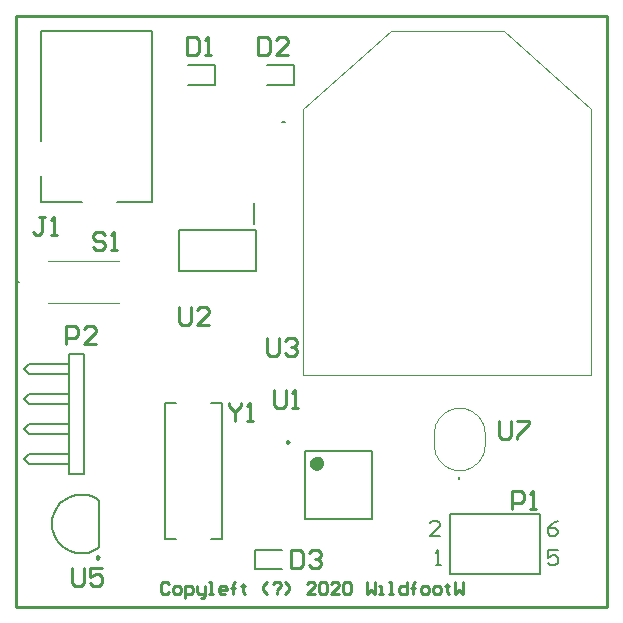
<source format=gto>
G04*
G04 #@! TF.GenerationSoftware,Altium Limited,Altium Designer,20.2.3 (150)*
G04*
G04 Layer_Color=65535*
%FSLAX25Y25*%
%MOIN*%
G70*
G04*
G04 #@! TF.SameCoordinates,04B84300-0102-4E37-A102-6184F8F0BFC0*
G04*
G04*
G04 #@! TF.FilePolarity,Positive*
G04*
G01*
G75*
%ADD10C,0.00787*%
%ADD11C,0.00394*%
%ADD12C,0.00984*%
%ADD13C,0.02362*%
%ADD14C,0.01000*%
%ADD15C,0.00800*%
D10*
X197000Y305268D02*
X197787D01*
X197000D01*
X344638Y240307D02*
Y239520D01*
Y240307D01*
Y239520D01*
X224559Y232354D02*
X223725Y232921D01*
X222836Y233399D01*
X221903Y233783D01*
X220935Y234069D01*
X219943Y234253D01*
X218937Y234334D01*
X217929Y234312D01*
X216928Y234185D01*
X215945Y233956D01*
X214991Y233627D01*
X214077Y233202D01*
X213211Y232684D01*
X212402Y232080D01*
X211661Y231396D01*
X210994Y230639D01*
X210408Y229817D01*
X209910Y228940D01*
X209505Y228016D01*
X209198Y227055D01*
X208991Y226067D01*
X208887Y225063D01*
Y224055D01*
X208991Y223051D01*
X209198Y222063D01*
X209505Y221102D01*
X209910Y220178D01*
X210408Y219301D01*
X210994Y218479D01*
X211661Y217722D01*
X212402Y217038D01*
X213211Y216434D01*
X214077Y215917D01*
X214991Y215491D01*
X215945Y215162D01*
X216928Y214933D01*
X217929Y214806D01*
X218938Y214784D01*
X219943Y214865D01*
X220935Y215049D01*
X221903Y215335D01*
X222836Y215719D01*
X223725Y216197D01*
X224559Y216764D01*
X286386Y358606D02*
X285598D01*
X286386D01*
X276528Y215996D02*
X285583D01*
X276528Y209500D02*
Y215996D01*
Y209500D02*
X285583D01*
X280661Y370917D02*
X289717D01*
Y377413D01*
X280661D02*
X289717D01*
X254087Y370917D02*
X263142D01*
Y377413D01*
X254087D02*
X263142D01*
X224559Y216764D02*
Y232354D01*
X352282Y207748D02*
X371449D01*
X341449D02*
X371449D01*
X341449Y227748D02*
X371449D01*
X341449Y207748D02*
Y227748D01*
X371449Y207748D02*
Y227748D01*
X219559Y241055D02*
Y281055D01*
X201226Y244389D02*
X214559D01*
X199559Y246055D02*
X201226Y244389D01*
X199559Y246055D02*
X201226Y247722D01*
X214559D01*
X201226Y254388D02*
X214559D01*
X199559Y256055D02*
X201226Y254388D01*
X199559Y256055D02*
X201226Y257722D01*
X214559D01*
X201226Y264388D02*
X214559D01*
X199559Y266055D02*
X201226Y264388D01*
X199559Y266055D02*
X201226Y267722D01*
X214559D01*
X201226Y274388D02*
X214559D01*
X199559Y276055D02*
X201226Y274388D01*
X199559Y276055D02*
X201226Y277722D01*
X214559D01*
Y281055D02*
X219559D01*
X214559Y241055D02*
X219559D01*
X214559D02*
Y281055D01*
X276724Y308811D02*
Y322590D01*
X251134Y308811D02*
X276724D01*
X251134D02*
Y322590D01*
X276724D01*
X276232Y324658D02*
Y331547D01*
X261961Y219539D02*
X265602D01*
X246508D02*
X250149D01*
X246508Y265012D02*
X250149D01*
X261961D02*
X265602D01*
X246508Y219539D02*
Y265012D01*
X265602Y219539D02*
Y265012D01*
X205169Y388732D02*
X242177D01*
X205169Y352217D02*
Y388732D01*
Y332039D02*
Y340602D01*
Y332039D02*
X219047D01*
X242177Y334697D02*
Y388732D01*
Y332039D02*
Y334697D01*
X230465Y332039D02*
X242177D01*
X293063Y226331D02*
X315504D01*
X293063Y248772D02*
X315504D01*
Y226331D02*
Y248772D01*
X293063Y226331D02*
Y248772D01*
D11*
X336193Y250937D02*
X336250Y249957D01*
X336421Y248990D01*
X336702Y248049D01*
X337091Y247147D01*
X337582Y246297D01*
X338169Y245509D01*
X338843Y244794D01*
X339595Y244163D01*
X340415Y243623D01*
X341293Y243183D01*
X342216Y242847D01*
X343171Y242620D01*
X344147Y242506D01*
X345129D01*
X346104Y242620D01*
X347060Y242847D01*
X347983Y243183D01*
X348860Y243623D01*
X349681Y244163D01*
X350433Y244794D01*
X351107Y245509D01*
X351693Y246297D01*
X352184Y247147D01*
X352573Y248049D01*
X352855Y248990D01*
X353026Y249957D01*
X353083Y250937D01*
Y254874D02*
X353026Y255854D01*
X352855Y256821D01*
X352573Y257762D01*
X352184Y258664D01*
X351693Y259515D01*
X351107Y260302D01*
X350433Y261017D01*
X349681Y261648D01*
X348860Y262188D01*
X347983Y262628D01*
X347060Y262964D01*
X346104Y263191D01*
X345129Y263305D01*
X344147D01*
X343171Y263191D01*
X342216Y262964D01*
X341293Y262628D01*
X340415Y262188D01*
X339595Y261648D01*
X338843Y261017D01*
X338169Y260302D01*
X337582Y259515D01*
X337091Y258664D01*
X336702Y257762D01*
X336421Y256821D01*
X336250Y255854D01*
X336193Y254874D01*
X207630Y312158D02*
X231252D01*
X207630Y298378D02*
X231252D01*
X336193Y250937D02*
Y254874D01*
X353083Y250937D02*
Y254874D01*
X388709Y274307D02*
Y363008D01*
X292709Y274307D02*
X388709D01*
X292709D02*
Y363008D01*
X321957Y389008D01*
X359461D01*
X388709Y363008D01*
D12*
X224461Y213417D02*
X223722Y213843D01*
Y212991D01*
X224461Y213417D01*
X288043Y251921D02*
X287305Y252347D01*
Y251495D01*
X288043Y251921D01*
D13*
X298181Y244835D02*
X297736Y245758D01*
X296737Y245986D01*
X295936Y245347D01*
Y244322D01*
X296737Y243683D01*
X297736Y243911D01*
X298181Y244835D01*
D14*
X197000Y393850D02*
X393850D01*
X197000Y197000D02*
Y393850D01*
Y197000D02*
X393850D01*
Y393850D01*
X247910Y204634D02*
X247243Y205300D01*
X245911D01*
X245244Y204634D01*
Y201968D01*
X245911Y201301D01*
X247243D01*
X247910Y201968D01*
X249909Y201301D02*
X251242D01*
X251909Y201968D01*
Y203301D01*
X251242Y203967D01*
X249909D01*
X249243Y203301D01*
Y201968D01*
X249909Y201301D01*
X253241Y199969D02*
Y203967D01*
X255241D01*
X255907Y203301D01*
Y201968D01*
X255241Y201301D01*
X253241D01*
X257240Y203967D02*
Y201968D01*
X257907Y201301D01*
X259906D01*
Y200635D01*
X259240Y199969D01*
X258573D01*
X259906Y201301D02*
Y203967D01*
X261239Y201301D02*
X262572D01*
X261905D01*
Y205300D01*
X261239D01*
X266570Y201301D02*
X265238D01*
X264571Y201968D01*
Y203301D01*
X265238Y203967D01*
X266570D01*
X267237Y203301D01*
Y202634D01*
X264571D01*
X269236Y201301D02*
Y204634D01*
Y203301D01*
X268570D01*
X269903D01*
X269236D01*
Y204634D01*
X269903Y205300D01*
X272569Y204634D02*
Y203967D01*
X271902D01*
X273235D01*
X272569D01*
Y201968D01*
X273235Y201301D01*
X280566D02*
X279233Y202634D01*
Y203967D01*
X280566Y205300D01*
X282565Y204634D02*
X283232Y205300D01*
X284565D01*
X285231Y204634D01*
Y203967D01*
X283898Y202634D01*
Y201968D02*
Y201301D01*
X286564D02*
X287897Y202634D01*
Y203967D01*
X286564Y205300D01*
X296561Y201301D02*
X293895D01*
X296561Y203967D01*
Y204634D01*
X295894Y205300D01*
X294562D01*
X293895Y204634D01*
X297894D02*
X298560Y205300D01*
X299893D01*
X300560Y204634D01*
Y201968D01*
X299893Y201301D01*
X298560D01*
X297894Y201968D01*
Y204634D01*
X304558Y201301D02*
X301892D01*
X304558Y203967D01*
Y204634D01*
X303892Y205300D01*
X302559D01*
X301892Y204634D01*
X305891D02*
X306558Y205300D01*
X307891D01*
X308557Y204634D01*
Y201968D01*
X307891Y201301D01*
X306558D01*
X305891Y201968D01*
Y204634D01*
X313889Y205300D02*
Y201301D01*
X315222Y202634D01*
X316554Y201301D01*
Y205300D01*
X317887Y201301D02*
X319220D01*
X318554D01*
Y203967D01*
X317887D01*
X321220Y201301D02*
X322552D01*
X321886D01*
Y205300D01*
X321220D01*
X327218D02*
Y201301D01*
X325218D01*
X324552Y201968D01*
Y203301D01*
X325218Y203967D01*
X327218D01*
X329217Y201301D02*
Y204634D01*
Y203301D01*
X328551D01*
X329884D01*
X329217D01*
Y204634D01*
X329884Y205300D01*
X332549Y201301D02*
X333882D01*
X334549Y201968D01*
Y203301D01*
X333882Y203967D01*
X332549D01*
X331883Y203301D01*
Y201968D01*
X332549Y201301D01*
X336548D02*
X337881D01*
X338547Y201968D01*
Y203301D01*
X337881Y203967D01*
X336548D01*
X335881Y203301D01*
Y201968D01*
X336548Y201301D01*
X340547Y204634D02*
Y203967D01*
X339880D01*
X341213D01*
X340547D01*
Y201968D01*
X341213Y201301D01*
X343213Y205300D02*
Y201301D01*
X344545Y202634D01*
X345878Y201301D01*
Y205300D01*
X288458Y215747D02*
Y209749D01*
X291457D01*
X292457Y210749D01*
Y214747D01*
X291457Y215747D01*
X288458D01*
X294456Y214747D02*
X295456Y215747D01*
X297455D01*
X298455Y214747D01*
Y213748D01*
X297455Y212748D01*
X296456D01*
X297455D01*
X298455Y211748D01*
Y210749D01*
X297455Y209749D01*
X295456D01*
X294456Y210749D01*
X213655Y284552D02*
Y290550D01*
X216654D01*
X217654Y289550D01*
Y287551D01*
X216654Y286551D01*
X213655D01*
X223652Y284552D02*
X219653D01*
X223652Y288551D01*
Y289550D01*
X222652Y290550D01*
X220653D01*
X219653Y289550D01*
X357765Y258743D02*
Y253745D01*
X358765Y252745D01*
X360764D01*
X361764Y253745D01*
Y258743D01*
X363763D02*
X367762D01*
Y257743D01*
X363763Y253745D01*
Y252745D01*
X280584Y286613D02*
Y281615D01*
X281584Y280615D01*
X283583D01*
X284583Y281615D01*
Y286613D01*
X286582Y285613D02*
X287582Y286613D01*
X289581D01*
X290581Y285613D01*
Y284614D01*
X289581Y283614D01*
X288582D01*
X289581D01*
X290581Y282614D01*
Y281615D01*
X289581Y280615D01*
X287582D01*
X286582Y281615D01*
X251057Y297046D02*
Y292048D01*
X252056Y291048D01*
X254056D01*
X255055Y292048D01*
Y297046D01*
X261053Y291048D02*
X257055D01*
X261053Y295047D01*
Y296047D01*
X260054Y297046D01*
X258054D01*
X257055Y296047D01*
X277631Y387007D02*
Y381009D01*
X280631D01*
X281630Y382009D01*
Y386007D01*
X280631Y387007D01*
X277631D01*
X287628Y381009D02*
X283630D01*
X287628Y385008D01*
Y386007D01*
X286629Y387007D01*
X284629D01*
X283630Y386007D01*
X206559Y326885D02*
X204560D01*
X205559D01*
Y321886D01*
X204560Y320887D01*
X203560D01*
X202560Y321886D01*
X208558Y320887D02*
X210558D01*
X209558D01*
Y326885D01*
X208558Y325885D01*
X267804Y264960D02*
Y263960D01*
X269804Y261961D01*
X271803Y263960D01*
Y264960D01*
X269804Y261961D02*
Y258962D01*
X273802D02*
X275802D01*
X274802D01*
Y264960D01*
X273802Y263960D01*
X215624Y209842D02*
Y204843D01*
X216623Y203843D01*
X218623D01*
X219622Y204843D01*
Y209842D01*
X225620D02*
X221622D01*
Y206842D01*
X223621Y207842D01*
X224621D01*
X225620Y206842D01*
Y204843D01*
X224621Y203843D01*
X222621D01*
X221622Y204843D01*
X282733Y269099D02*
Y264101D01*
X283733Y263101D01*
X285732D01*
X286732Y264101D01*
Y269099D01*
X288731Y263101D02*
X290731D01*
X289731D01*
Y269099D01*
X288731Y268100D01*
X226528Y321047D02*
X225528Y322046D01*
X223529D01*
X222529Y321047D01*
Y320047D01*
X223529Y319047D01*
X225528D01*
X226528Y318048D01*
Y317048D01*
X225528Y316048D01*
X223529D01*
X222529Y317048D01*
X228527Y316048D02*
X230526D01*
X229527D01*
Y322046D01*
X228527Y321047D01*
X362293Y229434D02*
Y235432D01*
X365292D01*
X366291Y234432D01*
Y232433D01*
X365292Y231433D01*
X362293D01*
X368291Y229434D02*
X370290D01*
X369290D01*
Y235432D01*
X368291Y234432D01*
X254025Y387007D02*
Y381009D01*
X257024D01*
X258024Y382009D01*
Y386007D01*
X257024Y387007D01*
X254025D01*
X260023Y381009D02*
X262022D01*
X261023D01*
Y387007D01*
X260023Y386007D01*
D15*
X336764Y210780D02*
X338430D01*
X337597D01*
Y215778D01*
X336764Y214945D01*
X338127Y220622D02*
X334795D01*
X338127Y223954D01*
Y224787D01*
X337295Y225620D01*
X335628D01*
X334795Y224787D01*
X377498Y215778D02*
X374165D01*
Y213279D01*
X375832Y214112D01*
X376664D01*
X377498Y213279D01*
Y211613D01*
X376664Y210780D01*
X374998D01*
X374165Y211613D01*
X377498Y225620D02*
X375832Y224787D01*
X374165Y223121D01*
Y221455D01*
X374998Y220622D01*
X376664D01*
X377498Y221455D01*
Y222288D01*
X376664Y223121D01*
X374165D01*
M02*

</source>
